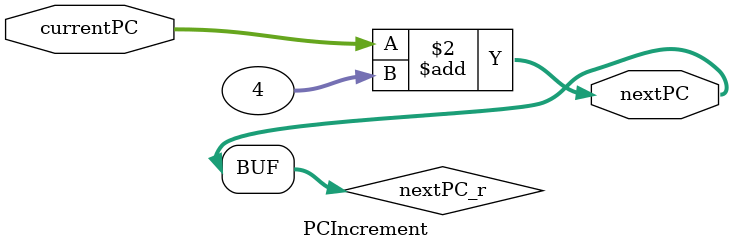
<source format=v>
module PCIncrement(currentPC, nextPC);
	input [31:0] currentPC;
	output [31:0] nextPC;
	
	reg [31:0] nextPC_r;
	always@(*)
		begin
		nextPC_r = currentPC + 4;
		end
	assign nextPC = nextPC_r;
endmodule
</source>
